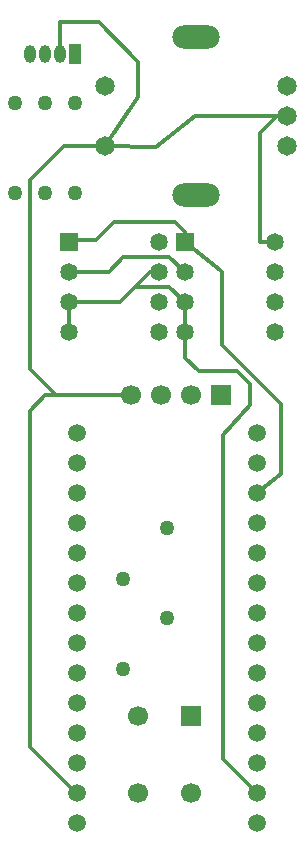
<source format=gbr>
G04 DipTrace 3.3.1.3*
G04 Bottom.gbr*
%MOIN*%
G04 #@! TF.FileFunction,Copper,L2,Bot*
G04 #@! TF.Part,Single*
G04 #@! TA.AperFunction,Conductor*
%ADD14C,0.012992*%
G04 #@! TA.AperFunction,ComponentPad*
%ADD15R,0.066929X0.066929*%
%ADD16C,0.066929*%
%ADD17C,0.059055*%
%ADD18C,0.05*%
%ADD19C,0.05*%
%ADD20C,0.064961*%
%ADD21O,0.15748X0.07874*%
%ADD22O,0.03937X0.059055*%
%ADD23R,0.041339X0.066929*%
%ADD25R,0.0585X0.0585*%
%ADD26C,0.0585*%
%FSLAX26Y26*%
G04*
G70*
G90*
G75*
G01*
G04 Bottom*
%LPD*%
X1018701Y2293701D2*
D14*
Y2193701D1*
Y2293701D2*
X963962Y2342357D1*
X849951D1*
X801295Y2293701D1*
X631201D1*
X1256202Y656202D2*
X1143702Y768702D1*
Y1847560D1*
X1234080Y1947912D1*
Y2018370D1*
X1191244Y2061206D1*
X1063697D1*
X1018701Y2106202D1*
Y2193701D1*
X631201Y2293701D2*
Y2193701D1*
Y2293701D2*
X799951D1*
X899951Y2393701D1*
X931201D1*
X1356201Y2912450D2*
X1049951D1*
X920278Y2807774D1*
X749902Y2814025D1*
X1318701Y2493701D2*
X1268766D1*
Y2856265D1*
X1324951Y2912450D1*
X1356201D1*
X749902Y2814025D2*
X614026D1*
X499951Y2699950D1*
Y2068701D1*
X587451Y1981201D1*
X549951D1*
X837451D1*
X656202Y656202D2*
Y651280D1*
X499182Y808299D1*
Y1930432D1*
X549951Y1981201D1*
X599951Y3118699D2*
Y3224950D1*
X731202D1*
X862453Y3093699D1*
Y2974950D1*
X749902Y2814025D1*
X1018701Y2393701D2*
X962717Y2443465D1*
X812453D1*
X762689Y2393701D1*
X631201D1*
X1256202Y1656201D2*
X1260094Y1658073D1*
X1338535Y1719550D1*
Y1952406D1*
X1141379Y2149562D1*
Y2391072D1*
X1135686Y2399951D1*
X1018701Y2493701D1*
Y2524951D1*
X983289Y2560364D1*
X781201D1*
X720787Y2499950D1*
X634736D1*
X631201Y2493701D1*
D15*
X1137451Y1981201D3*
D16*
X1037451D3*
X937451D3*
X837451D3*
D17*
X656202Y556202D3*
Y656202D3*
Y756201D3*
Y856202D3*
Y956202D3*
Y1056201D3*
Y1156202D3*
Y1256202D3*
Y1356201D3*
Y1456202D3*
Y1556202D3*
Y1656201D3*
X1256202Y556202D3*
Y656202D3*
Y756201D3*
Y856202D3*
Y956202D3*
Y1056201D3*
Y1156202D3*
Y1256202D3*
Y1356201D3*
Y1456202D3*
Y1556202D3*
Y1656201D3*
X656202Y1756202D3*
Y1856202D3*
X1256202Y1756202D3*
Y1856202D3*
D18*
X649951Y2956201D3*
D19*
Y2656201D3*
D18*
X549953Y2956201D3*
D19*
Y2656201D3*
D18*
X449951Y2956201D3*
D19*
Y2656201D3*
D18*
X812451Y1068701D3*
D19*
Y1368701D3*
D18*
X956202Y1237450D3*
D19*
Y1537450D3*
D20*
X1356201Y2912450D3*
Y3010875D3*
Y2814025D3*
X749902D3*
Y3010875D3*
D21*
X1053051Y3176230D3*
Y2648671D3*
D22*
X499952Y3118699D3*
X599952D3*
D23*
X649952D3*
D22*
X549952D3*
D15*
X1037451Y912450D3*
D16*
X860286D3*
Y656545D3*
X1037451D3*
D25*
X1018701Y2493701D3*
D26*
Y2393701D3*
Y2293701D3*
Y2193701D3*
X1318701D3*
Y2293701D3*
Y2393701D3*
Y2493701D3*
D25*
X631201D3*
D26*
Y2393701D3*
Y2293701D3*
Y2193701D3*
X931201D3*
Y2293701D3*
Y2393701D3*
Y2493701D3*
M02*

</source>
